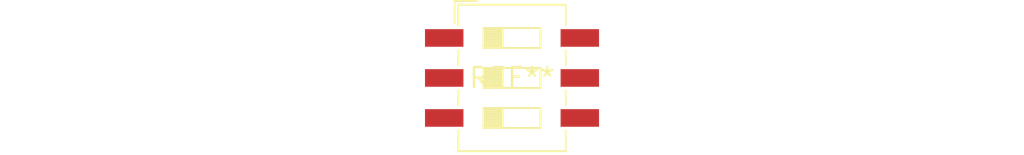
<source format=kicad_pcb>
(kicad_pcb (version 20240108) (generator pcbnew)
  (layers (0 "F.Cu" signal) (31 "B.Cu" signal) (34 "B.Paste" user) (35 "F.Paste" user) (36 "B.SilkS" user "B.Silkscreen") (37 "F.SilkS" user "F.Silkscreen") (38 "B.Mask" user) (39 "F.Mask" user) (44 "Edge.Cuts" user))
  (net 0 "")
  (footprint "SW_DIP_SPSTx03_Slide_6.7x9.18mm_W8.61mm_P2.54mm_LowProfile" (layer "F.Cu") (at 0 0)
    (property "Reference" "REF**")
    (property "Value" "SW_DIP_SPSTx03_Slide_6.7x9.18mm_W8.61mm_P2.54mm_LowProfile")
    (fp_line (start -3.65 -4.89) (end -3.65 -3.507) (layer "F.SilkS") (stroke (width 0.12)))
    (fp_line (start -3.65 -4.89) (end -2.267 -4.89) (layer "F.SilkS") (stroke (width 0.12)))
    (fp_line (start -3.41 -4.65) (end -3.41 -3.34) (layer "F.SilkS") (stroke (width 0.12)))
    (fp_line (start -3.41 -4.65) (end 3.41 -4.65) (layer "F.SilkS") (stroke (width 0.12)))
    (fp_line (start -3.41 -1.74) (end -3.41 -0.8) (layer "F.SilkS") (stroke (width 0.12)))
    (fp_line (start -3.41 0.8) (end -3.41 1.74) (layer "F.SilkS") (stroke (width 0.12)))
    (fp_line (start -3.41 3.34) (end -3.41 4.65) (layer "F.SilkS") (stroke (width 0.12)))
    (fp_line (start -3.41 4.65) (end 3.41 4.65) (layer "F.SilkS") (stroke (width 0.12)))
    (fp_line (start -1.81 -3.175) (end -1.81 -1.905) (layer "F.SilkS") (stroke (width 0.12)))
    (fp_line (start -1.81 -3.055) (end -0.603333 -3.055) (layer "F.SilkS") (stroke (width 0.12)))
    (fp_line (start -1.81 -2.935) (end -0.603333 -2.935) (layer "F.SilkS") (stroke (width 0.12)))
    (fp_line (start -1.81 -2.815) (end -0.603333 -2.815) (layer "F.SilkS") (stroke (width 0.12)))
    (fp_line (start -1.81 -2.695) (end -0.603333 -2.695) (layer "F.SilkS") (stroke (width 0.12)))
    (fp_line (start -1.81 -2.575) (end -0.603333 -2.575) (layer "F.SilkS") (stroke (width 0.12)))
    (fp_line (start -1.81 -2.455) (end -0.603333 -2.455) (layer "F.SilkS") (stroke (width 0.12)))
    (fp_line (start -1.81 -2.335) (end -0.603333 -2.335) (layer "F.SilkS") (stroke (width 0.12)))
    (fp_line (start -1.81 -2.215) (end -0.603333 -2.215) (layer "F.SilkS") (stroke (width 0.12)))
    (fp_line (start -1.81 -2.095) (end -0.603333 -2.095) (layer "F.SilkS") (stroke (width 0.12)))
    (fp_line (start -1.81 -1.975) (end -0.603333 -1.975) (layer "F.SilkS") (stroke (width 0.12)))
    (fp_line (start -1.81 -1.905) (end 1.81 -1.905) (layer "F.SilkS") (stroke (width 0.12)))
    (fp_line (start -1.81 -0.635) (end -1.81 0.635) (layer "F.SilkS") (stroke (width 0.12)))
    (fp_line (start -1.81 -0.515) (end -0.603333 -0.515) (layer "F.SilkS") (stroke (width 0.12)))
    (fp_line (start -1.81 -0.395) (end -0.603333 -0.395) (layer "F.SilkS") (stroke (width 0.12)))
    (fp_line (start -1.81 -0.275) (end -0.603333 -0.275) (layer "F.SilkS") (stroke (width 0.12)))
    (fp_line (start -1.81 -0.155) (end -0.603333 -0.155) (layer "F.SilkS") (stroke (width 0.12)))
    (fp_line (start -1.81 -0.035) (end -0.603333 -0.035) (layer "F.SilkS") (stroke (width 0.12)))
    (fp_line (start -1.81 0.085) (end -0.603333 0.085) (layer "F.SilkS") (stroke (width 0.12)))
    (fp_line (start -1.81 0.205) (end -0.603333 0.205) (layer "F.SilkS") (stroke (width 0.12)))
    (fp_line (start -1.81 0.325) (end -0.603333 0.325) (layer "F.SilkS") (stroke (width 0.12)))
    (fp_line (start -1.81 0.445) (end -0.603333 0.445) (layer "F.SilkS") (stroke (width 0.12)))
    (fp_line (start -1.81 0.565) (end -0.603333 0.565) (layer "F.SilkS") (stroke (width 0.12)))
    (fp_line (start -1.81 0.635) (end 1.81 0.635) (layer "F.SilkS") (stroke (width 0.12)))
    (fp_line (start -1.81 1.905) (end -1.81 3.175) (layer "F.SilkS") (stroke (width 0.12)))
    (fp_line (start -1.81 2.025) (end -0.603333 2.025) (layer "F.SilkS") (stroke (width 0.12)))
    (fp_line (start -1.81 2.145) (end -0.603333 2.145) (layer "F.SilkS") (stroke (width 0.12)))
    (fp_line (start -1.81 2.265) (end -0.603333 2.265) (layer "F.SilkS") (stroke (width 0.12)))
    (fp_line (start -1.81 2.385) (end -0.603333 2.385) (layer "F.SilkS") (stroke (width 0.12)))
    (fp_line (start -1.81 2.505) (end -0.603333 2.505) (layer "F.SilkS") (stroke (width 0.12)))
    (fp_line (start -1.81 2.625) (end -0.603333 2.625) (layer "F.SilkS") (stroke (width 0.12)))
    (fp_line (start -1.81 2.745) (end -0.603333 2.745) (layer "F.SilkS") (stroke (width 0.12)))
    (fp_line (start -1.81 2.865) (end -0.603333 2.865) (layer "F.SilkS") (stroke (width 0.12)))
    (fp_line (start -1.81 2.985) (end -0.603333 2.985) (layer "F.SilkS") (stroke (width 0.12)))
    (fp_line (start -1.81 3.105) (end -0.603333 3.105) (layer "F.SilkS") (stroke (width 0.12)))
    (fp_line (start -1.81 3.175) (end 1.81 3.175) (layer "F.SilkS") (stroke (width 0.12)))
    (fp_line (start -0.603333 -3.175) (end -0.603333 -1.905) (layer "F.SilkS") (stroke (width 0.12)))
    (fp_line (start -0.603333 -0.635) (end -0.603333 0.635) (layer "F.SilkS") (stroke (width 0.12)))
    (fp_line (start -0.603333 1.905) (end -0.603333 3.175) (layer "F.SilkS") (stroke (width 0.12)))
    (fp_line (start 1.81 -3.175) (end -1.81 -3.175) (layer "F.SilkS") (stroke (width 0.12)))
    (fp_line (start 1.81 -1.905) (end 1.81 -3.175) (layer "F.SilkS") (stroke (width 0.12)))
    (fp_line (start 1.81 -0.635) (end -1.81 -0.635) (layer "F.SilkS") (stroke (width 0.12)))
    (fp_line (start 1.81 0.635) (end 1.81 -0.635) (layer "F.SilkS") (stroke (width 0.12)))
    (fp_line (start 1.81 1.905) (end -1.81 1.905) (layer "F.SilkS") (stroke (width 0.12)))
    (fp_line (start 1.81 3.175) (end 1.81 1.905) (layer "F.SilkS") (stroke (width 0.12)))
    (fp_line (start 3.41 -4.65) (end 3.41 -3.34) (layer "F.SilkS") (stroke (width 0.12)))
    (fp_line (start 3.41 -1.74) (end 3.41 -0.8) (layer "F.SilkS") (stroke (width 0.12)))
    (fp_line (start 3.41 0.8) (end 3.41 1.74) (layer "F.SilkS") (stroke (width 0.12)))
    (fp_line (start 3.41 3.34) (end 3.41 4.65) (layer "F.SilkS") (stroke (width 0.12)))
    (pad "1" smd rect (at -4.305 -2.54) (size 2.44 1.12) (layers "F.Cu" "F.Paste" "F.Mask"))
    (pad "2" smd rect (at -4.305 0) (size 2.44 1.12) (layers "F.Cu" "F.Paste" "F.Mask"))
    (pad "3" smd rect (at -4.305 2.54) (size 2.44 1.12) (layers "F.Cu" "F.Paste" "F.Mask"))
    (pad "4" smd rect (at 4.305 2.54) (size 2.44 1.12) (layers "F.Cu" "F.Paste" "F.Mask"))
    (pad "5" smd rect (at 4.305 0) (size 2.44 1.12) (layers "F.Cu" "F.Paste" "F.Mask"))
    (pad "6" smd rect (at 4.305 -2.54) (size 2.44 1.12) (layers "F.Cu" "F.Paste" "F.Mask"))
  )
)
</source>
